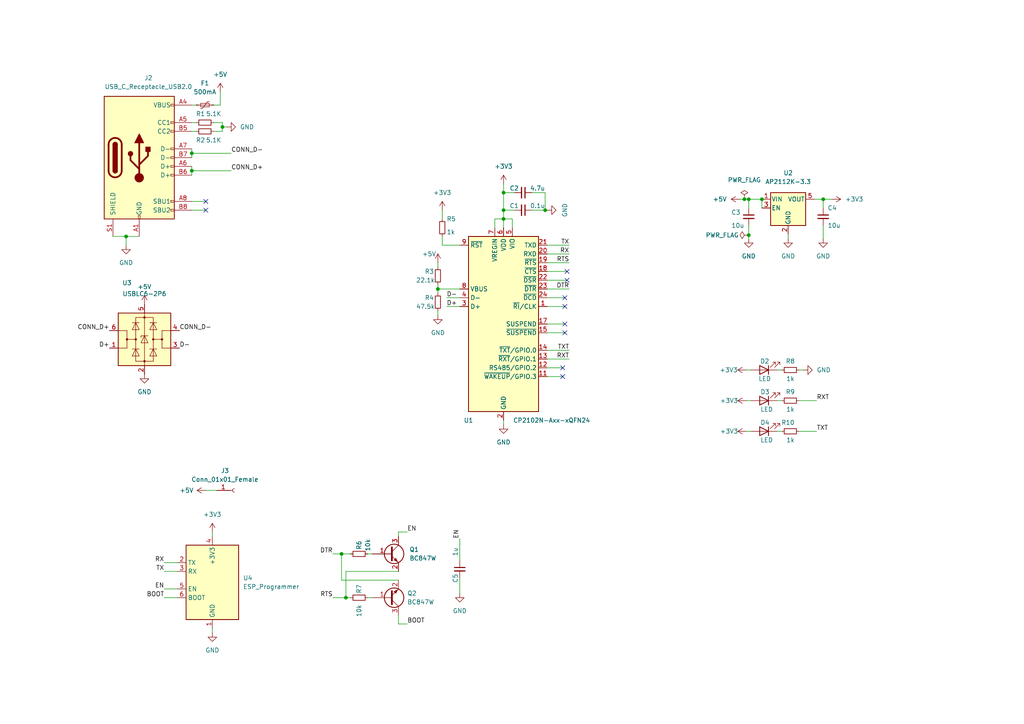
<source format=kicad_sch>
(kicad_sch (version 20210621) (generator eeschema)
  (paper "A4")
  (lib_symbols
    (symbol "Connector:Conn_01x01_Female" (pin_names (offset 1.016) hide)
      (property "Reference" "J" (at 0 2.54 0))
      (property "Value" "Conn_01x01_Female" (at 0 -2.54 0))
      (symbol "Conn_01x01_Female_1_1"
        (arc (start 0 0.508) (end 0 -0.508) (radius (at 0 0) (length 0.508) (angles 90.1 -90.1)) (stroke (width 0.1524)))
        (polyline (pts (xy -1.27 0) (xy -0.508 0)) (stroke (width 0.1524)))
        (pin passive line (at -5.08 0 0) (length 3.81) (name "Pin_1") (number "1"))
      )
    )
    (symbol "Connector:USB_C_Receptacle_USB2.0" (pin_names (offset 1.016))
      (property "Reference" "J" (at -10.16 19.05 0))
      (property "Value" "USB_C_Receptacle_USB2.0" (at 19.05 19.05 0))
      (symbol "USB_C_Receptacle_USB2.0_0_0"
        (rectangle (start -0.254 -17.78) (end 0.254 -16.764))
        (rectangle (start 10.16 -14.986) (end 9.144 -15.494))
        (rectangle (start 10.16 -12.446) (end 9.144 -12.954))
        (rectangle (start 10.16 -4.826) (end 9.144 -5.334))
        (rectangle (start 10.16 -2.286) (end 9.144 -2.794))
        (rectangle (start 10.16 0.254) (end 9.144 -0.254))
        (rectangle (start 10.16 2.794) (end 9.144 2.286))
        (rectangle (start 10.16 7.874) (end 9.144 7.366))
        (rectangle (start 10.16 10.414) (end 9.144 9.906))
        (rectangle (start 10.16 15.494) (end 9.144 14.986))
      )
      (symbol "USB_C_Receptacle_USB2.0_0_1"
        (arc (start -8.89 -3.81) (end -5.08 -3.81) (radius (at -6.985 -3.81) (length 1.905) (angles -179.9 -0.1)) (stroke (width 0.508)))
        (arc (start -7.62 -3.81) (end -6.35 -3.81) (radius (at -6.985 -3.81) (length 0.635) (angles -179.9 -0.1)) (stroke (width 0.254)))
        (arc (start -6.35 3.81) (end -7.62 3.81) (radius (at -6.985 3.81) (length 0.635) (angles 0.1 179.9)) (stroke (width 0.254)))
        (arc (start -5.08 3.81) (end -8.89 3.81) (radius (at -6.985 3.81) (length 1.905) (angles 0.1 179.9)) (stroke (width 0.508)))
        (arc (start -7.62 -3.81) (end -6.35 -3.81) (radius (at -6.985 -3.81) (length 0.635) (angles -179.9 -0.1)) (stroke (width 0.254)) (fill (type outline)))
        (arc (start -6.35 3.81) (end -7.62 3.81) (radius (at -6.985 3.81) (length 0.635) (angles 0.1 179.9)) (stroke (width 0.254)) (fill (type outline)))
        (circle (center -2.54 1.143) (radius 0.635) (stroke (width 0.254)) (fill (type outline)))
        (circle (center 0 -5.842) (radius 1.27) (fill (type outline)))
        (rectangle (start -7.62 -3.81) (end -6.35 3.81) (stroke (width 0.254)) (fill (type outline)))
        (rectangle (start 1.905 1.778) (end 3.175 3.048) (stroke (width 0.254)) (fill (type outline)))
        (rectangle (start -10.16 17.78) (end 10.16 -17.78) (stroke (width 0.254)) (fill (type background)))
        (polyline (pts (xy -8.89 -3.81) (xy -8.89 3.81)) (stroke (width 0.508)))
        (polyline (pts (xy -5.08 3.81) (xy -5.08 -3.81)) (stroke (width 0.508)))
        (polyline (pts (xy 0 -5.842) (xy 0 4.318)) (stroke (width 0.508)))
        (polyline (pts (xy 0 -3.302) (xy -2.54 -0.762) (xy -2.54 0.508)) (stroke (width 0.508)))
        (polyline (pts (xy 0 -2.032) (xy 2.54 0.508) (xy 2.54 1.778)) (stroke (width 0.508)))
        (polyline (pts (xy -1.27 4.318) (xy 0 6.858) (xy 1.27 4.318) (xy -1.27 4.318)) (stroke (width 0.254)) (fill (type outline)))
      )
      (symbol "USB_C_Receptacle_USB2.0_1_1"
        (pin passive line (at 0 -22.86 90) (length 5.08) (name "GND") (number "A1"))
        (pin passive line (at 0 -22.86 90) (length 5.08) hide (name "GND") (number "A12"))
        (pin passive line (at 15.24 15.24 180) (length 5.08) (name "VBUS") (number "A4"))
        (pin bidirectional line (at 15.24 10.16 180) (length 5.08) (name "CC1") (number "A5"))
        (pin bidirectional line (at 15.24 -2.54 180) (length 5.08) (name "D+") (number "A6"))
        (pin bidirectional line (at 15.24 2.54 180) (length 5.08) (name "D-") (number "A7"))
        (pin bidirectional line (at 15.24 -12.7 180) (length 5.08) (name "SBU1") (number "A8"))
        (pin passive line (at 15.24 15.24 180) (length 5.08) hide (name "VBUS") (number "A9"))
        (pin passive line (at 0 -22.86 90) (length 5.08) hide (name "GND") (number "B1"))
        (pin passive line (at 0 -22.86 90) (length 5.08) hide (name "GND") (number "B12"))
        (pin passive line (at 15.24 15.24 180) (length 5.08) hide (name "VBUS") (number "B4"))
        (pin bidirectional line (at 15.24 7.62 180) (length 5.08) (name "CC2") (number "B5"))
        (pin bidirectional line (at 15.24 -5.08 180) (length 5.08) (name "D+") (number "B6"))
        (pin bidirectional line (at 15.24 0 180) (length 5.08) (name "D-") (number "B7"))
        (pin bidirectional line (at 15.24 -15.24 180) (length 5.08) (name "SBU2") (number "B8"))
        (pin passive line (at 15.24 15.24 180) (length 5.08) hide (name "VBUS") (number "B9"))
        (pin passive line (at -7.62 -22.86 90) (length 5.08) (name "SHIELD") (number "S1"))
      )
    )
    (symbol "Device:C_Small" (pin_numbers hide) (pin_names (offset 0.254) hide)
      (property "Reference" "C" (at 0.254 1.778 0))
      (property "Value" "C_Small" (at 0.254 -2.032 0))
      (symbol "C_Small_0_1"
        (polyline (pts (xy -1.524 -0.508) (xy 1.524 -0.508)) (stroke (width 0.3302)))
        (polyline (pts (xy -1.524 0.508) (xy 1.524 0.508)) (stroke (width 0.3048)))
      )
      (symbol "C_Small_1_1"
        (pin passive line (at 0 2.54 270) (length 2.032) (name "~") (number "1"))
        (pin passive line (at 0 -2.54 90) (length 2.032) (name "~") (number "2"))
      )
    )
    (symbol "Device:LED" (pin_numbers hide) (pin_names (offset 1.016) hide)
      (property "Reference" "D" (at 0 2.54 0))
      (property "Value" "LED" (at 0 -2.54 0))
      (symbol "LED_0_1"
        (polyline (pts (xy -1.27 -1.27) (xy -1.27 1.27)) (stroke (width 0.254)))
        (polyline (pts (xy -1.27 0) (xy 1.27 0)))
        (polyline (pts (xy 1.27 -1.27) (xy 1.27 1.27) (xy -1.27 0) (xy 1.27 -1.27)) (stroke (width 0.254)))
        (polyline (pts (xy -3.048 -0.762) (xy -4.572 -2.286) (xy -3.81 -2.286) (xy -4.572 -2.286) (xy -4.572 -1.524)))
        (polyline (pts (xy -1.778 -0.762) (xy -3.302 -2.286) (xy -2.54 -2.286) (xy -3.302 -2.286) (xy -3.302 -1.524)))
      )
      (symbol "LED_1_1"
        (pin passive line (at -3.81 0 0) (length 2.54) (name "K") (number "1"))
        (pin passive line (at 3.81 0 180) (length 2.54) (name "A") (number "2"))
      )
    )
    (symbol "Device:Polyfuse_Small" (pin_numbers hide) (pin_names (offset 0))
      (property "Reference" "F" (at -1.905 0 90))
      (property "Value" "Polyfuse_Small" (at 1.905 0 90))
      (symbol "Polyfuse_Small_0_1"
        (rectangle (start -0.508 1.27) (end 0.508 -1.27))
        (polyline (pts (xy 0 2.54) (xy 0 -2.54)))
        (polyline (pts (xy -1.016 1.27) (xy -1.016 0.762) (xy 1.016 -0.762) (xy 1.016 -1.27)))
      )
      (symbol "Polyfuse_Small_1_1"
        (pin passive line (at 0 2.54 270) (length 0.635) (name "~") (number "1"))
        (pin passive line (at 0 -2.54 90) (length 0.635) (name "~") (number "2"))
      )
    )
    (symbol "Device:R_Small" (pin_numbers hide) (pin_names (offset 0.254) hide)
      (property "Reference" "R" (at 0.762 0.508 0))
      (property "Value" "R_Small" (at 0.762 -1.016 0))
      (symbol "R_Small_0_1"
        (rectangle (start -0.762 1.778) (end 0.762 -1.778) (stroke (width 0.2032)))
      )
      (symbol "R_Small_1_1"
        (pin passive line (at 0 2.54 270) (length 0.762) (name "~") (number "1"))
        (pin passive line (at 0 -2.54 90) (length 0.762) (name "~") (number "2"))
      )
    )
    (symbol "Interface_USB:CP2102N-Axx-xQFN24"
      (property "Reference" "U" (at -8.89 26.67 0))
      (property "Value" "CP2102N-Axx-xQFN24" (at 13.97 26.67 0))
      (symbol "CP2102N-Axx-xQFN24_0_1"
        (rectangle (start -10.16 25.4) (end 10.16 -25.4) (stroke (width 0.254)) (fill (type background)))
      )
      (symbol "CP2102N-Axx-xQFN24_1_1"
        (pin bidirectional line (at 12.7 5.08 180) (length 2.54) (name "~{RI}/CLK") (number "1"))
        (pin no_connect line (at -10.16 -22.86 0) (length 2.54) hide (name "NC") (number "10"))
        (pin bidirectional line (at 12.7 -15.24 180) (length 2.54) (name "~{WAKEUP}/GPIO.3") (number "11"))
        (pin bidirectional line (at 12.7 -12.7 180) (length 2.54) (name "RS485/GPIO.2") (number "12"))
        (pin bidirectional line (at 12.7 -10.16 180) (length 2.54) (name "~{RXT}/GPIO.1") (number "13"))
        (pin bidirectional line (at 12.7 -7.62 180) (length 2.54) (name "~{TXT}/GPIO.0") (number "14"))
        (pin output line (at 12.7 -2.54 180) (length 2.54) (name "~{SUSPEND}") (number "15"))
        (pin no_connect line (at 10.16 -22.86 180) (length 2.54) hide (name "NC") (number "16"))
        (pin output line (at 12.7 0 180) (length 2.54) (name "SUSPEND") (number "17"))
        (pin input line (at 12.7 15.24 180) (length 2.54) (name "~{CTS}") (number "18"))
        (pin output line (at 12.7 17.78 180) (length 2.54) (name "~{RTS}") (number "19"))
        (pin power_in line (at 0 -27.94 90) (length 2.54) (name "GND") (number "2"))
        (pin input line (at 12.7 20.32 180) (length 2.54) (name "RXD") (number "20"))
        (pin output line (at 12.7 22.86 180) (length 2.54) (name "TXD") (number "21"))
        (pin input line (at 12.7 12.7 180) (length 2.54) (name "~{DSR}") (number "22"))
        (pin output line (at 12.7 10.16 180) (length 2.54) (name "~{DTR}") (number "23"))
        (pin input line (at 12.7 7.62 180) (length 2.54) (name "~{DCD}") (number "24"))
        (pin passive line (at 0 -27.94 90) (length 2.54) hide (name "GND") (number "25"))
        (pin bidirectional line (at -12.7 5.08 0) (length 2.54) (name "D+") (number "3"))
        (pin bidirectional line (at -12.7 7.62 0) (length 2.54) (name "D-") (number "4"))
        (pin power_in line (at 2.54 27.94 270) (length 2.54) (name "VIO") (number "5"))
        (pin power_in line (at 0 27.94 270) (length 2.54) (name "VDD") (number "6"))
        (pin power_in line (at -2.54 27.94 270) (length 2.54) (name "VREGIN") (number "7"))
        (pin input line (at -12.7 10.16 0) (length 2.54) (name "VBUS") (number "8"))
        (pin input line (at -12.7 22.86 0) (length 2.54) (name "~{RST}") (number "9"))
      )
    )
    (symbol "Jarl:ESP_Programmer"
      (property "Reference" "U" (at -5.08 10.16 0))
      (property "Value" "ESP_Programmer" (at 12.7 10.16 0))
      (symbol "ESP_Programmer_0_1"
        (rectangle (start -6.35 8.89) (end 8.89 -12.7) (stroke (width 0.254)) (fill (type background)))
      )
      (symbol "ESP_Programmer_1_1"
        (pin power_in line (at 1.27 -15.24 90) (length 2.54) (name "GND") (number "1"))
        (pin output line (at -8.89 3.81 0) (length 2.54) (name "TX") (number "2"))
        (pin input line (at -8.89 1.27 0) (length 2.54) (name "RX") (number "3"))
        (pin power_out line (at 1.27 11.43 270) (length 2.54) (name "+3V3") (number "4"))
        (pin bidirectional line (at -8.89 -3.81 0) (length 2.54) (name "EN") (number "5"))
        (pin bidirectional line (at -8.89 -6.35 0) (length 2.54) (name "BOOT") (number "6"))
      )
    )
    (symbol "Power_Protection:USBLC6-2P6" (pin_names hide)
      (property "Reference" "U" (at 2.54 8.89 0))
      (property "Value" "USBLC6-2P6" (at 2.54 -8.89 0))
      (symbol "USBLC6-2P6_0_1"
        (circle (center -5.08 0) (radius 0.254) (fill (type outline)))
        (circle (center -2.54 0) (radius 0.254) (fill (type outline)))
        (circle (center 0 -6.35) (radius 0.254) (fill (type outline)))
        (circle (center 0 6.35) (radius 0.254) (fill (type outline)))
        (circle (center 2.54 0) (radius 0.254) (fill (type outline)))
        (circle (center 5.08 0) (radius 0.254) (fill (type outline)))
        (rectangle (start -2.54 6.35) (end 2.54 -6.35))
        (rectangle (start -7.62 -7.62) (end 7.62 7.62) (stroke (width 0.254)) (fill (type background)))
        (polyline (pts (xy -5.08 -2.54) (xy -7.62 -2.54)))
        (polyline (pts (xy -5.08 0) (xy -5.08 -2.54)))
        (polyline (pts (xy -5.08 2.54) (xy -7.62 2.54)))
        (polyline (pts (xy -1.524 -2.794) (xy -3.556 -2.794)))
        (polyline (pts (xy -1.524 4.826) (xy -3.556 4.826)))
        (polyline (pts (xy 0 -7.62) (xy 0 -6.35)))
        (polyline (pts (xy 0 -6.35) (xy 0 1.27)))
        (polyline (pts (xy 0 1.27) (xy 0 6.35)))
        (polyline (pts (xy 0 6.35) (xy 0 7.62)))
        (polyline (pts (xy 1.524 -2.794) (xy 3.556 -2.794)))
        (polyline (pts (xy 1.524 4.826) (xy 3.556 4.826)))
        (polyline (pts (xy 5.08 -2.54) (xy 7.62 -2.54)))
        (polyline (pts (xy 5.08 0) (xy 5.08 -2.54)))
        (polyline (pts (xy 5.08 2.54) (xy 7.62 2.54)))
        (polyline (pts (xy -2.54 0) (xy -5.08 0) (xy -5.08 2.54)))
        (polyline (pts (xy 2.54 0) (xy 5.08 0) (xy 5.08 2.54)))
        (polyline (pts (xy -3.556 -4.826) (xy -1.524 -4.826) (xy -2.54 -2.794) (xy -3.556 -4.826)))
        (polyline (pts (xy -3.556 2.794) (xy -1.524 2.794) (xy -2.54 4.826) (xy -3.556 2.794)))
        (polyline (pts (xy -1.016 -1.016) (xy 1.016 -1.016) (xy 0 1.016) (xy -1.016 -1.016)))
        (polyline (pts (xy 1.016 1.016) (xy 0.762 1.016) (xy -1.016 1.016) (xy -1.016 0.508)))
        (polyline (pts (xy 3.556 -4.826) (xy 1.524 -4.826) (xy 2.54 -2.794) (xy 3.556 -4.826)))
        (polyline (pts (xy 3.556 2.794) (xy 1.524 2.794) (xy 2.54 4.826) (xy 3.556 2.794)))
      )
      (symbol "USBLC6-2P6_1_1"
        (pin passive line (at -10.16 -2.54 0) (length 2.54) (name "I/O1") (number "1"))
        (pin passive line (at 0 -10.16 90) (length 2.54) (name "GND") (number "2"))
        (pin passive line (at 10.16 -2.54 180) (length 2.54) (name "I/O2") (number "3"))
        (pin passive line (at 10.16 2.54 180) (length 2.54) (name "I/O2") (number "4"))
        (pin passive line (at 0 10.16 270) (length 2.54) (name "VBUS") (number "5"))
        (pin passive line (at -10.16 2.54 0) (length 2.54) (name "I/O1") (number "6"))
      )
    )
    (symbol "Regulator_Linear:AP2112K-3.3" (pin_names (offset 0.254))
      (property "Reference" "U" (at -5.08 5.715 0))
      (property "Value" "AP2112K-3.3" (at 0 5.715 0))
      (symbol "AP2112K-3.3_0_1"
        (rectangle (start -5.08 4.445) (end 5.08 -5.08) (stroke (width 0.254)) (fill (type background)))
      )
      (symbol "AP2112K-3.3_1_1"
        (pin power_in line (at -7.62 2.54 0) (length 2.54) (name "VIN") (number "1"))
        (pin power_in line (at 0 -7.62 90) (length 2.54) (name "GND") (number "2"))
        (pin input line (at -7.62 0 0) (length 2.54) (name "EN") (number "3"))
        (pin no_connect line (at 5.08 0 180) (length 2.54) hide (name "NC") (number "4"))
        (pin power_out line (at 7.62 2.54 180) (length 2.54) (name "VOUT") (number "5"))
      )
    )
    (symbol "Transistor_BJT:BC847W" (pin_names (offset 0) hide)
      (property "Reference" "Q" (at 5.08 1.905 0))
      (property "Value" "BC847W" (at 5.08 0 0))
      (symbol "BC847W_0_1"
        (circle (center 1.27 0) (radius 2.8194) (stroke (width 0.254)))
        (polyline (pts (xy 0.635 0.635) (xy 2.54 2.54)))
        (polyline (pts (xy 0.635 -0.635) (xy 2.54 -2.54) (xy 2.54 -2.54)))
        (polyline (pts (xy 0.635 1.905) (xy 0.635 -1.905) (xy 0.635 -1.905)) (stroke (width 0.508)))
        (polyline (pts (xy 1.27 -1.778) (xy 1.778 -1.27) (xy 2.286 -2.286) (xy 1.27 -1.778) (xy 1.27 -1.778)) (fill (type outline)))
      )
      (symbol "BC847W_1_1"
        (pin input line (at -5.08 0 0) (length 5.715) (name "B") (number "1"))
        (pin passive line (at 2.54 -5.08 90) (length 2.54) (name "E") (number "2"))
        (pin passive line (at 2.54 5.08 270) (length 2.54) (name "C") (number "3"))
      )
    )
    (symbol "power:+3V3" (power) (pin_names (offset 0))
      (property "Value" "+3V3" (at 0 3.556 0))
      (symbol "+3V3_0_1"
        (polyline (pts (xy -0.762 1.27) (xy 0 2.54)))
        (polyline (pts (xy 0 0) (xy 0 2.54)))
        (polyline (pts (xy 0 2.54) (xy 0.762 1.27)))
      )
      (symbol "+3V3_1_1"
        (pin power_in line (at 0 0 90) (length 0) hide (name "+3V3") (number "1"))
      )
    )
    (symbol "power:+5V" (power) (pin_names (offset 0))
      (property "Value" "+5V" (at 0 3.556 0))
      (symbol "+5V_0_1"
        (polyline (pts (xy -0.762 1.27) (xy 0 2.54)))
        (polyline (pts (xy 0 0) (xy 0 2.54)))
        (polyline (pts (xy 0 2.54) (xy 0.762 1.27)))
      )
      (symbol "+5V_1_1"
        (pin power_in line (at 0 0 90) (length 0) hide (name "+5V") (number "1"))
      )
    )
    (symbol "power:GND" (power) (pin_names (offset 0))
      (property "Value" "GND" (at 0 -3.81 0))
      (symbol "GND_0_1"
        (polyline (pts (xy 0 0) (xy 0 -1.27) (xy 1.27 -1.27) (xy 0 -2.54) (xy -1.27 -1.27) (xy 0 -1.27)))
      )
      (symbol "GND_1_1"
        (pin power_in line (at 0 0 270) (length 0) hide (name "GND") (number "1"))
      )
    )
    (symbol "power:PWR_FLAG" (power) (pin_numbers hide) (pin_names (offset 0) hide)
      (property "Value" "PWR_FLAG" (at 0 3.81 0))
      (symbol "PWR_FLAG_0_0"
        (pin power_out line (at 0 0 90) (length 0) (name "pwr") (number "1"))
      )
      (symbol "PWR_FLAG_0_1"
        (polyline (pts (xy 0 0) (xy 0 1.27) (xy -1.016 1.905) (xy 0 2.54) (xy 1.016 1.905) (xy 0 1.27)))
      )
    )
  )
  (junction (at 36.576 68.58) (diameter 0.9144))
  (junction (at 55.626 44.45) (diameter 0.9144))
  (junction (at 55.626 49.53) (diameter 0.9144))
  (junction (at 64.516 36.83) (diameter 0.9144))
  (junction (at 99.06 160.655) (diameter 0.9144))
  (junction (at 100.33 173.355) (diameter 0.9144))
  (junction (at 127 83.82) (diameter 0.9144))
  (junction (at 146.05 55.88) (diameter 0.9144))
  (junction (at 146.05 60.96) (diameter 0.9144))
  (junction (at 146.05 63.5) (diameter 0.9144))
  (junction (at 158.115 60.96) (diameter 0.9144))
  (junction (at 215.9 57.785) (diameter 0.9144))
  (junction (at 217.17 57.785) (diameter 0.9144))
  (junction (at 217.17 68.199) (diameter 0.9144))
  (junction (at 220.98 57.785) (diameter 0.9144))
  (junction (at 238.76 57.785) (diameter 0.9144))
  (no_connect (at 59.69 58.42))
  (no_connect (at 59.69 60.96))
  (no_connect (at 163.195 106.68))
  (no_connect (at 163.195 109.22))
  (no_connect (at 163.83 86.36))
  (no_connect (at 163.83 88.9))
  (no_connect (at 163.83 93.98))
  (no_connect (at 163.83 96.52))
  (no_connect (at 164.465 78.74))
  (no_connect (at 164.465 81.28))
  (wire (pts (xy 32.766 68.58) (xy 36.576 68.58)))
  (wire (pts (xy 36.576 68.58) (xy 36.576 71.12)))
  (wire (pts (xy 36.576 68.58) (xy 40.386 68.58)))
  (wire (pts (xy 47.625 163.195) (xy 51.435 163.195)))
  (wire (pts (xy 47.625 165.735) (xy 51.435 165.735)))
  (wire (pts (xy 47.625 170.815) (xy 51.435 170.815)))
  (wire (pts (xy 47.625 173.355) (xy 51.435 173.355)))
  (wire (pts (xy 55.626 30.48) (xy 56.896 30.48)))
  (wire (pts (xy 55.626 35.56) (xy 56.896 35.56)))
  (wire (pts (xy 55.626 38.1) (xy 56.896 38.1)))
  (wire (pts (xy 55.626 43.18) (xy 55.626 44.45)))
  (wire (pts (xy 55.626 44.45) (xy 55.626 45.72)))
  (wire (pts (xy 55.626 44.45) (xy 67.056 44.45)))
  (wire (pts (xy 55.626 48.26) (xy 55.626 49.53)))
  (wire (pts (xy 55.626 49.53) (xy 55.626 50.8)))
  (wire (pts (xy 55.626 49.53) (xy 67.056 49.53)))
  (wire (pts (xy 55.626 58.42) (xy 59.69 58.42)))
  (wire (pts (xy 55.626 60.96) (xy 59.69 60.96)))
  (wire (pts (xy 59.69 142.24) (xy 62.865 142.24)))
  (wire (pts (xy 61.595 154.305) (xy 61.595 155.575)))
  (wire (pts (xy 61.595 182.245) (xy 61.595 183.515)))
  (wire (pts (xy 61.976 30.48) (xy 63.881 30.48)))
  (wire (pts (xy 61.976 35.56) (xy 64.516 35.56)))
  (wire (pts (xy 61.976 38.1) (xy 64.516 38.1)))
  (wire (pts (xy 63.881 30.48) (xy 63.881 26.67)))
  (wire (pts (xy 64.516 35.56) (xy 64.516 36.83)))
  (wire (pts (xy 64.516 38.1) (xy 64.516 36.83)))
  (wire (pts (xy 65.786 36.83) (xy 64.516 36.83)))
  (wire (pts (xy 96.52 160.655) (xy 99.06 160.655)))
  (wire (pts (xy 96.52 173.355) (xy 100.33 173.355)))
  (wire (pts (xy 99.06 160.655) (xy 101.6 160.655)))
  (wire (pts (xy 99.06 168.275) (xy 99.06 160.655)))
  (wire (pts (xy 100.33 165.735) (xy 115.57 165.735)))
  (wire (pts (xy 100.33 173.355) (xy 100.33 165.735)))
  (wire (pts (xy 101.6 173.355) (xy 100.33 173.355)))
  (wire (pts (xy 106.68 160.655) (xy 107.95 160.655)))
  (wire (pts (xy 106.68 173.355) (xy 107.95 173.355)))
  (wire (pts (xy 115.57 154.305) (xy 118.11 154.305)))
  (wire (pts (xy 115.57 155.575) (xy 115.57 154.305)))
  (wire (pts (xy 115.57 168.275) (xy 99.06 168.275)))
  (wire (pts (xy 115.57 178.435) (xy 115.57 180.975)))
  (wire (pts (xy 115.57 180.975) (xy 118.11 180.975)))
  (wire (pts (xy 127 76.2) (xy 127 77.47)))
  (wire (pts (xy 127 82.55) (xy 127 83.82)))
  (wire (pts (xy 127 83.82) (xy 133.35 83.82)))
  (wire (pts (xy 127 85.09) (xy 127 83.82)))
  (wire (pts (xy 127 90.17) (xy 127 91.44)))
  (wire (pts (xy 128.27 60.96) (xy 128.27 63.5)))
  (wire (pts (xy 128.27 68.58) (xy 128.27 71.12)))
  (wire (pts (xy 128.27 71.12) (xy 133.35 71.12)))
  (wire (pts (xy 129.54 86.36) (xy 133.35 86.36)))
  (wire (pts (xy 129.54 88.9) (xy 133.35 88.9)))
  (wire (pts (xy 133.35 156.21) (xy 133.35 162.56)))
  (wire (pts (xy 133.35 167.64) (xy 133.35 172.085)))
  (wire (pts (xy 143.51 63.5) (xy 143.51 66.04)))
  (wire (pts (xy 143.51 63.5) (xy 146.05 63.5)))
  (wire (pts (xy 146.05 53.34) (xy 146.05 55.88)))
  (wire (pts (xy 146.05 55.88) (xy 146.05 60.96)))
  (wire (pts (xy 146.05 55.88) (xy 149.225 55.88)))
  (wire (pts (xy 146.05 60.96) (xy 146.05 63.5)))
  (wire (pts (xy 146.05 60.96) (xy 149.225 60.96)))
  (wire (pts (xy 146.05 63.5) (xy 146.05 66.04)))
  (wire (pts (xy 146.05 121.92) (xy 146.05 123.19)))
  (wire (pts (xy 148.59 63.5) (xy 146.05 63.5)))
  (wire (pts (xy 148.59 63.5) (xy 148.59 66.04)))
  (wire (pts (xy 154.305 55.88) (xy 158.115 55.88)))
  (wire (pts (xy 154.305 60.96) (xy 158.115 60.96)))
  (wire (pts (xy 158.115 55.88) (xy 158.115 60.96)))
  (wire (pts (xy 158.115 60.96) (xy 158.75 60.96)))
  (wire (pts (xy 158.75 71.12) (xy 165.1 71.12)))
  (wire (pts (xy 158.75 73.66) (xy 165.1 73.66)))
  (wire (pts (xy 158.75 78.74) (xy 164.465 78.74)))
  (wire (pts (xy 158.75 81.28) (xy 164.465 81.28)))
  (wire (pts (xy 158.75 83.82) (xy 165.1 83.82)))
  (wire (pts (xy 158.75 86.36) (xy 163.83 86.36)))
  (wire (pts (xy 158.75 88.9) (xy 163.83 88.9)))
  (wire (pts (xy 158.75 93.98) (xy 163.83 93.98)))
  (wire (pts (xy 158.75 96.52) (xy 163.83 96.52)))
  (wire (pts (xy 158.75 101.6) (xy 165.1 101.6)))
  (wire (pts (xy 158.75 104.14) (xy 165.1 104.14)))
  (wire (pts (xy 158.75 106.68) (xy 163.195 106.68)))
  (wire (pts (xy 158.75 109.22) (xy 163.195 109.22)))
  (wire (pts (xy 165.1 76.2) (xy 158.75 76.2)))
  (wire (pts (xy 214.63 57.785) (xy 215.9 57.785)))
  (wire (pts (xy 215.9 57.785) (xy 217.17 57.785)))
  (wire (pts (xy 216.535 107.315) (xy 217.805 107.315)))
  (wire (pts (xy 216.535 116.205) (xy 217.805 116.205)))
  (wire (pts (xy 216.535 125.095) (xy 217.805 125.095)))
  (wire (pts (xy 217.17 57.785) (xy 220.98 57.785)))
  (wire (pts (xy 217.17 60.325) (xy 217.17 57.785)))
  (wire (pts (xy 217.17 65.405) (xy 217.17 68.199)))
  (wire (pts (xy 217.17 68.199) (xy 217.17 69.215)))
  (wire (pts (xy 220.98 57.785) (xy 220.98 60.325)))
  (wire (pts (xy 225.425 107.315) (xy 226.695 107.315)))
  (wire (pts (xy 225.425 116.205) (xy 226.695 116.205)))
  (wire (pts (xy 225.425 125.095) (xy 226.695 125.095)))
  (wire (pts (xy 228.6 67.945) (xy 228.6 69.215)))
  (wire (pts (xy 231.775 107.315) (xy 233.045 107.315)))
  (wire (pts (xy 231.775 116.205) (xy 236.855 116.205)))
  (wire (pts (xy 231.775 125.095) (xy 236.855 125.095)))
  (wire (pts (xy 236.22 57.785) (xy 238.76 57.785)))
  (wire (pts (xy 238.76 57.785) (xy 241.3 57.785)))
  (wire (pts (xy 238.76 60.325) (xy 238.76 57.785)))
  (wire (pts (xy 238.76 65.405) (xy 238.76 69.215)))
  (label "CONN_D+" (at 31.75 95.885 180))
  (label "D+" (at 31.75 100.965 180))
  (label "RX" (at 47.625 163.195 180))
  (label "TX" (at 47.625 165.735 180))
  (label "EN" (at 47.625 170.815 180))
  (label "BOOT" (at 47.625 173.355 180))
  (label "CONN_D-" (at 52.07 95.885 0))
  (label "D-" (at 52.07 100.965 0))
  (label "CONN_D-" (at 67.056 44.45 0))
  (label "CONN_D+" (at 67.056 49.53 0))
  (label "DTR" (at 96.52 160.655 180))
  (label "RTS" (at 96.52 173.355 180))
  (label "EN" (at 118.11 154.305 0))
  (label "BOOT" (at 118.11 180.975 0))
  (label "D-" (at 129.54 86.36 0))
  (label "D+" (at 129.54 88.9 0))
  (label "EN" (at 133.35 156.21 90))
  (label "TX" (at 165.1 71.12 180))
  (label "RX" (at 165.1 73.66 180))
  (label "RTS" (at 165.1 76.2 180))
  (label "DTR" (at 165.1 83.82 180))
  (label "TXT" (at 165.1 101.6 180))
  (label "RXT" (at 165.1 104.14 180))
  (label "RXT" (at 236.855 116.205 0))
  (label "TXT" (at 236.855 125.095 0))
  (symbol (lib_id "power:+5V") (at 41.91 88.265 0) (unit 1)
    (property "Reference" "#PWR0125" (effects hide))
    (property "Value" "+5V" (at 41.91 83.185 0))
  )
  (symbol (lib_id "power:+5V") (at 59.69 142.24 90) (unit 1)
    (property "Reference" "#PWR0122" (effects hide))
    (property "Value" "+5V" (at 52.07 142.2399 90) (effects (justify right)))
  )
  (symbol (lib_id "power:+3V3") (at 61.595 154.305 0) (unit 1)
    (property "Reference" "#PWR0114" (effects hide))
    (property "Value" "+3V3" (at 61.595 149.225 0))
  )
  (symbol (lib_id "power:+5V") (at 63.881 26.67 0) (unit 1)
    (property "Reference" "#PWR0102" (effects hide))
    (property "Value" "+5V" (at 63.881 21.59 0))
  )
  (symbol (lib_id "power:+5V") (at 127 76.2 0) (unit 1)
    (property "Reference" "#PWR0105" (effects hide))
    (property "Value" "+5V" (at 124.46 73.66 0))
  )
  (symbol (lib_id "power:+3V3") (at 128.27 60.96 0) (unit 1)
    (property "Reference" "#PWR0121" (effects hide))
    (property "Value" "+3V3" (at 128.27 55.88 0))
  )
  (symbol (lib_id "power:+3V3") (at 146.05 53.34 0) (unit 1)
    (property "Reference" "#PWR0120" (effects hide))
    (property "Value" "+3V3" (at 146.05 48.26 0))
  )
  (symbol (lib_id "power:+5V") (at 214.63 57.785 90) (unit 1)
    (property "Reference" "#PWR0110" (effects hide))
    (property "Value" "+5V" (at 210.82 57.7849 90) (effects (justify left)))
  )
  (symbol (lib_id "power:+3V3") (at 216.535 107.315 90) (unit 1)
    (property "Reference" "#PWR0116" (effects hide))
    (property "Value" "+3V3" (at 213.995 107.3149 90) (effects (justify left)))
  )
  (symbol (lib_id "power:+3V3") (at 216.535 116.205 90) (unit 1)
    (property "Reference" "#PWR0117" (effects hide))
    (property "Value" "+3V3" (at 211.455 116.205 90))
  )
  (symbol (lib_id "power:+3V3") (at 216.535 125.095 90) (unit 1)
    (property "Reference" "#PWR0118" (effects hide))
    (property "Value" "+3V3" (at 211.455 125.095 90))
  )
  (symbol (lib_id "power:+3V3") (at 241.3 57.785 270) (unit 1)
    (property "Reference" "#PWR0109" (effects hide))
    (property "Value" "+3V3" (at 245.11 57.7849 90) (effects (justify left)))
  )
  (symbol (lib_id "power:PWR_FLAG") (at 215.9 57.785 0) (unit 1)
    (property "Reference" "#FLG0101" (effects hide))
    (property "Value" "PWR_FLAG" (at 215.9 52.197 0))
  )
  (symbol (lib_id "power:PWR_FLAG") (at 217.17 68.199 90) (unit 1)
    (property "Reference" "#FLG0102" (effects hide))
    (property "Value" "PWR_FLAG" (at 209.4865 68.199 90))
  )
  (symbol (lib_id "Connector:Conn_01x01_Female") (at 67.945 142.24 0) (unit 1)
    (property "Reference" "J3" (at 65.2526 136.525 0))
    (property "Value" "Conn_01x01_Female" (at 65.2526 139.065 0))
    (property "Footprint" "Connector_PinSocket_2.54mm:PinSocket_1x01_P2.54mm_Vertical" (effects hide))
  )
  (symbol (lib_id "power:GND") (at 36.576 71.12 0) (unit 1)
    (property "Reference" "#PWR0103" (effects hide))
    (property "Value" "GND" (at 36.576 76.2 0))
  )
  (symbol (lib_id "power:GND") (at 41.91 108.585 0) (unit 1)
    (property "Reference" "#PWR0124" (effects hide))
    (property "Value" "GND" (at 41.91 113.665 0))
  )
  (symbol (lib_id "power:GND") (at 61.595 183.515 0) (unit 1)
    (property "Reference" "#PWR0113" (effects hide))
    (property "Value" "GND" (at 61.595 188.595 0))
  )
  (symbol (lib_id "power:GND") (at 65.786 36.83 90) (unit 1)
    (property "Reference" "#PWR0101" (effects hide))
    (property "Value" "GND" (at 69.596 36.8299 90) (effects (justify right)))
  )
  (symbol (lib_id "power:GND") (at 127 91.44 0) (unit 1)
    (property "Reference" "#PWR0104" (effects hide))
    (property "Value" "GND" (at 127 96.52 0))
  )
  (symbol (lib_id "power:GND") (at 133.35 172.085 0) (unit 1)
    (property "Reference" "#PWR0111" (effects hide))
    (property "Value" "GND" (at 133.35 177.165 0))
  )
  (symbol (lib_id "power:GND") (at 146.05 123.19 0) (unit 1)
    (property "Reference" "#PWR0112" (effects hide))
    (property "Value" "GND" (at 146.05 128.27 0))
  )
  (symbol (lib_id "power:GND") (at 158.75 60.96 90) (unit 1)
    (property "Reference" "#PWR0119" (effects hide))
    (property "Value" "GND" (at 163.83 60.96 0))
  )
  (symbol (lib_id "power:GND") (at 217.17 69.215 0) (unit 1)
    (property "Reference" "#PWR0108" (effects hide))
    (property "Value" "GND" (at 217.17 74.295 0))
  )
  (symbol (lib_id "power:GND") (at 228.6 69.215 0) (unit 1)
    (property "Reference" "#PWR0107" (effects hide))
    (property "Value" "GND" (at 228.6 74.295 0))
  )
  (symbol (lib_id "power:GND") (at 233.045 107.315 90) (unit 1)
    (property "Reference" "#PWR0115" (effects hide))
    (property "Value" "GND" (at 236.855 107.3149 90) (effects (justify right)))
  )
  (symbol (lib_id "power:GND") (at 238.76 69.215 0) (unit 1)
    (property "Reference" "#PWR0106" (effects hide))
    (property "Value" "GND" (at 238.76 74.295 0))
  )
  (symbol (lib_id "Device:R_Small") (at 59.436 35.56 90) (unit 1)
    (property "Reference" "R1" (at 58.166 33.02 90))
    (property "Value" "5.1K" (at 61.976 33.02 90))
    (property "Footprint" "Resistor_SMD:R_0603_1608Metric" (effects hide))
  )
  (symbol (lib_id "Device:R_Small") (at 59.436 38.1 90) (unit 1)
    (property "Reference" "R2" (at 58.166 40.64 90))
    (property "Value" "5.1K" (at 61.976 40.64 90))
    (property "Footprint" "Resistor_SMD:R_0603_1608Metric" (effects hide))
  )
  (symbol (lib_id "Device:R_Small") (at 104.14 160.655 270) (unit 1)
    (property "Reference" "R6" (at 104.14 158.115 0))
    (property "Value" "10k" (at 106.68 158.115 0))
    (property "Footprint" "Resistor_SMD:R_0603_1608Metric" (effects hide))
  )
  (symbol (lib_id "Device:R_Small") (at 104.14 173.355 270) (unit 1)
    (property "Reference" "R7" (at 104.14 170.815 0))
    (property "Value" "10k" (at 104.14 177.165 0))
    (property "Footprint" "Resistor_SMD:R_0603_1608Metric" (effects hide))
  )
  (symbol (lib_id "Device:R_Small") (at 127 80.01 0) (unit 1)
    (property "Reference" "R3" (at 123.19 78.7399 0) (effects (justify left)))
    (property "Value" "22.1k" (at 120.65 81.2799 0) (effects (justify left)))
    (property "Footprint" "Resistor_SMD:R_0603_1608Metric" (effects hide))
  )
  (symbol (lib_id "Device:R_Small") (at 127 87.63 0) (unit 1)
    (property "Reference" "R4" (at 123.19 86.3599 0) (effects (justify left)))
    (property "Value" "47.5k" (at 120.65 88.8999 0) (effects (justify left)))
    (property "Footprint" "Resistor_SMD:R_0603_1608Metric" (effects hide))
  )
  (symbol (lib_id "Device:R_Small") (at 128.27 66.04 0) (unit 1)
    (property "Reference" "R5" (at 129.54 63.4999 0) (effects (justify left)))
    (property "Value" "1k" (at 129.54 67.3099 0) (effects (justify left)))
    (property "Footprint" "Resistor_SMD:R_0603_1608Metric" (effects hide))
  )
  (symbol (lib_id "Device:R_Small") (at 229.235 107.315 270) (unit 1)
    (property "Reference" "R8" (at 229.235 104.775 90))
    (property "Value" "1k" (at 229.235 109.855 90))
    (property "Footprint" "Resistor_SMD:R_0603_1608Metric" (effects hide))
  )
  (symbol (lib_id "Device:R_Small") (at 229.235 116.205 270) (unit 1)
    (property "Reference" "R9" (at 229.235 113.665 90))
    (property "Value" "1k" (at 229.235 118.745 90))
    (property "Footprint" "Resistor_SMD:R_0603_1608Metric" (effects hide))
  )
  (symbol (lib_id "Device:R_Small") (at 229.235 125.095 270) (unit 1)
    (property "Reference" "R10" (at 230.5049 122.555 90) (effects (justify right)))
    (property "Value" "1k" (at 230.5049 127.635 90) (effects (justify right)))
    (property "Footprint" "Resistor_SMD:R_0603_1608Metric" (effects hide))
  )
  (symbol (lib_id "Device:Polyfuse_Small") (at 59.436 30.48 90) (unit 1)
    (property "Reference" "F1" (at 59.436 24.13 90))
    (property "Value" "500mA" (at 59.436 26.67 90))
    (property "Footprint" "Fuse:Fuse_1206_3216Metric" (effects hide))
  )
  (symbol (lib_id "Device:C_Small") (at 133.35 165.1 0) (unit 1)
    (property "Reference" "C5" (at 132.08 166.3701 90) (effects (justify right)))
    (property "Value" "1u" (at 132.08 158.7501 90) (effects (justify right)))
    (property "Footprint" "Capacitor_SMD:C_0603_1608Metric" (effects hide))
  )
  (symbol (lib_id "Device:C_Small") (at 151.765 55.88 270) (unit 1)
    (property "Reference" "C2" (at 150.4949 54.61 90) (effects (justify right)))
    (property "Value" "4.7u" (at 158.1149 54.61 90) (effects (justify right)))
    (property "Footprint" "Capacitor_SMD:C_0603_1608Metric" (effects hide))
  )
  (symbol (lib_id "Device:C_Small") (at 151.765 60.96 270) (unit 1)
    (property "Reference" "C1" (at 150.4949 59.69 90) (effects (justify right)))
    (property "Value" "0.1u" (at 158.1149 59.69 90) (effects (justify right)))
    (property "Footprint" "Capacitor_SMD:C_0603_1608Metric" (effects hide))
  )
  (symbol (lib_id "Device:C_Small") (at 217.17 62.865 0) (unit 1)
    (property "Reference" "C3" (at 212.09 61.5949 0) (effects (justify left)))
    (property "Value" "10u" (at 212.09 65.4049 0) (effects (justify left)))
    (property "Footprint" "Capacitor_SMD:C_0603_1608Metric" (effects hide))
  )
  (symbol (lib_id "Device:C_Small") (at 238.76 62.865 0) (unit 1)
    (property "Reference" "C4" (at 240.03 60.3249 0) (effects (justify left)))
    (property "Value" "10u" (at 240.03 65.4049 0) (effects (justify left)))
    (property "Footprint" "Capacitor_SMD:C_0603_1608Metric" (effects hide))
  )
  (symbol (lib_id "Device:LED") (at 221.615 107.315 180) (unit 1)
    (property "Reference" "D2" (at 221.8055 104.775 0))
    (property "Value" "LED" (at 221.8055 109.855 0))
    (property "Footprint" "LED_SMD:LED_0603_1608Metric" (effects hide))
  )
  (symbol (lib_id "Device:LED") (at 221.615 116.205 180) (unit 1)
    (property "Reference" "D3" (at 220.5354 113.665 0) (effects (justify right)))
    (property "Value" "LED" (at 220.5354 118.745 0) (effects (justify right)))
    (property "Footprint" "LED_SMD:LED_0603_1608Metric" (effects hide))
  )
  (symbol (lib_id "Device:LED") (at 221.615 125.095 180) (unit 1)
    (property "Reference" "D4" (at 220.5354 122.555 0) (effects (justify right)))
    (property "Value" "LED" (at 220.5354 127.635 0) (effects (justify right)))
    (property "Footprint" "LED_SMD:LED_0603_1608Metric" (effects hide))
  )
  (symbol (lib_id "Transistor_BJT:BC847W") (at 113.03 160.655 0) (unit 1)
    (property "Reference" "Q1" (at 118.745 159.3849 0) (effects (justify left)))
    (property "Value" "BC847W" (at 118.745 161.9249 0) (effects (justify left)))
    (property "Footprint" "Package_TO_SOT_SMD:SOT-323_SC-70" (effects hide))
    (property "Datasheet" "http://www.infineon.com/dgdl/Infineon-BC847SERIES_BC848SERIES_BC849SERIES_BC850SERIES-DS-v01_01-en.pdf?fileId=db3a304314dca389011541d4630a1657" (effects hide))
  )
  (symbol (lib_id "Transistor_BJT:BC847W") (at 113.03 173.355 0) (mirror x) (unit 1)
    (property "Reference" "Q2" (at 118.11 172.0849 0) (effects (justify left)))
    (property "Value" "BC847W" (at 118.11 174.6249 0) (effects (justify left)))
    (property "Footprint" "Package_TO_SOT_SMD:SOT-323_SC-70" (effects hide))
    (property "Datasheet" "http://www.infineon.com/dgdl/Infineon-BC847SERIES_BC848SERIES_BC849SERIES_BC850SERIES-DS-v01_01-en.pdf?fileId=db3a304314dca389011541d4630a1657" (effects hide))
  )
  (symbol (lib_id "Regulator_Linear:AP2112K-3.3") (at 228.6 60.325 0) (unit 1)
    (property "Reference" "U2" (at 228.6 50.165 0))
    (property "Value" "AP2112K-3.3" (at 228.6 52.705 0))
    (property "Footprint" "Package_TO_SOT_SMD:SOT-23-5" (effects hide))
    (property "Datasheet" "https://www.diodes.com/assets/Datasheets/AP2112.pdf" (effects hide))
  )
  (symbol (lib_id "Power_Protection:USBLC6-2P6") (at 41.91 98.425 0) (unit 1)
    (property "Reference" "U3" (at 36.83 82.042 0))
    (property "Value" "USBLC6-2P6" (at 41.91 85.217 0))
    (property "Footprint" "Package_TO_SOT_SMD:SOT-666" (effects hide))
    (property "Datasheet" "https://www.st.com/resource/en/datasheet/usblc6-2.pdf" (effects hide))
  )
  (symbol (lib_id "Jarl:ESP_Programmer") (at 60.325 167.005 0) (unit 1)
    (property "Reference" "U4" (at 70.485 167.6399 0) (effects (justify left)))
    (property "Value" "ESP_Programmer" (at 70.485 170.1799 0) (effects (justify left)))
    (property "Footprint" "Connector_PinHeader_2.54mm:PinHeader_1x06_P2.54mm_Vertical" (effects hide))
  )
  (symbol (lib_id "Connector:USB_C_Receptacle_USB2.0") (at 40.386 45.72 0) (unit 1)
    (property "Reference" "J2" (at 43.053 22.606 0))
    (property "Value" "USB_C_Receptacle_USB2.0" (at 43.053 25.146 0))
    (property "Footprint" "Connector_USB:USB_C_Receptacle_HRO_TYPE-C-31-M-12" (effects hide))
    (property "Datasheet" "https://www.usb.org/sites/default/files/documents/usb_type-c.zip" (effects hide))
    (property "Field4" "C2760486" (effects hide))
  )
  (symbol (lib_id "Interface_USB:CP2102N-Axx-xQFN24") (at 146.05 93.98 0) (unit 1)
    (property "Reference" "U1" (at 135.89 121.92 0))
    (property "Value" "CP2102N-Axx-xQFN24" (at 160.02 121.92 0))
    (property "Footprint" "Package_DFN_QFN:QFN-24-1EP_4x4mm_P0.5mm_EP2.6x2.6mm" (effects hide))
    (property "Datasheet" "https://www.silabs.com/documents/public/data-sheets/cp2102n-datasheet.pdf" (effects hide))
  )
)
</source>
